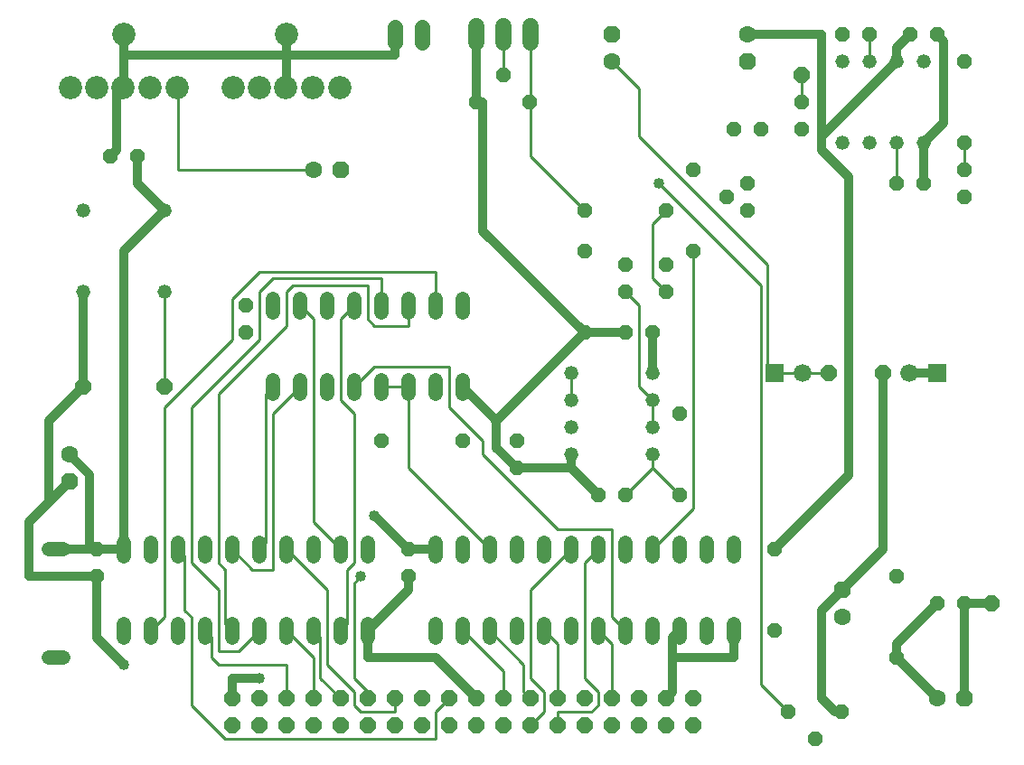
<source format=gtl>
G04 EAGLE Gerber RS-274X export*
G75*
%MOMM*%
%FSLAX34Y34*%
%LPD*%
%INTop Copper*%
%IPPOS*%
%AMOC8*
5,1,8,0,0,1.08239X$1,22.5*%
G01*
%ADD10P,1.429621X8X292.500000*%
%ADD11P,1.732040X8X292.500000*%
%ADD12C,1.600200*%
%ADD13P,1.429621X8X202.500000*%
%ADD14C,1.320800*%
%ADD15P,1.429621X8X22.500000*%
%ADD16P,1.732040X8X112.500000*%
%ADD17P,1.429621X8X112.500000*%
%ADD18C,1.422400*%
%ADD19C,2.184400*%
%ADD20P,1.649562X8X22.500000*%
%ADD21P,1.732040X8X22.500000*%
%ADD22P,1.649562X8X202.500000*%
%ADD23C,1.320800*%
%ADD24C,1.524000*%
%ADD25R,1.714500X1.714500*%
%ADD26C,1.676400*%
%ADD27C,0.812800*%
%ADD28C,1.016000*%
%ADD29C,0.254000*%


D10*
X368300Y215900D03*
X368300Y190500D03*
D11*
X50800Y279400D03*
D12*
X50800Y304800D03*
D13*
X432054Y635000D03*
X482346Y635000D03*
X457200Y660400D03*
X698500Y609600D03*
X673100Y609600D03*
D14*
X774700Y596900D03*
X800100Y596900D03*
X800100Y673100D03*
X774700Y673100D03*
X825500Y596900D03*
X850900Y596900D03*
X825500Y673100D03*
X850900Y673100D03*
D13*
X800100Y698500D03*
X774700Y698500D03*
D10*
X736600Y635000D03*
X736600Y609600D03*
D15*
X838200Y698500D03*
X863600Y698500D03*
D16*
X558800Y698500D03*
D12*
X558800Y673100D03*
D17*
X889000Y596900D03*
X889000Y673100D03*
D10*
X889000Y571500D03*
X889000Y546100D03*
D18*
X381000Y691388D02*
X381000Y705612D01*
X355600Y705612D02*
X355600Y691388D01*
D19*
X254000Y698500D03*
X279000Y648500D03*
X304000Y648500D03*
X229000Y648500D03*
X204000Y648500D03*
X253600Y648500D03*
D20*
X736600Y660400D03*
D10*
X825500Y190500D03*
X825500Y114300D03*
D21*
X889000Y76200D03*
D12*
X863600Y76200D03*
D16*
X774700Y177800D03*
D12*
X774700Y152400D03*
D15*
X863600Y165100D03*
X889000Y165100D03*
D19*
X101600Y698500D03*
X126600Y648500D03*
X151600Y648500D03*
X76600Y648500D03*
X51600Y648500D03*
X101200Y648500D03*
D20*
X914400Y165100D03*
D10*
X622300Y342900D03*
X622300Y266700D03*
D13*
X571500Y266700D03*
X546100Y266700D03*
D14*
X520700Y381000D03*
X520700Y355600D03*
X596900Y355600D03*
X596900Y381000D03*
X520700Y330200D03*
X520700Y304800D03*
X596900Y330200D03*
X596900Y304800D03*
D10*
X571500Y482600D03*
X571500Y457200D03*
D17*
X533400Y419100D03*
X533400Y495300D03*
X609600Y457200D03*
X609600Y482600D03*
D13*
X596900Y419100D03*
X571500Y419100D03*
X419100Y317500D03*
X342900Y317500D03*
D10*
X469900Y317500D03*
X469900Y292100D03*
D21*
X304800Y571500D03*
D12*
X279400Y571500D03*
D15*
X533400Y533400D03*
X609600Y533400D03*
X825500Y558800D03*
X850900Y558800D03*
D10*
X76200Y215900D03*
X76200Y190500D03*
D22*
X635000Y76200D03*
X609600Y76200D03*
X584200Y76200D03*
X558800Y76200D03*
X533400Y76200D03*
X508000Y76200D03*
X635000Y50800D03*
X609600Y50800D03*
X584200Y50800D03*
X558800Y50800D03*
X533400Y50800D03*
X508000Y50800D03*
X482600Y76200D03*
X482600Y50800D03*
X457200Y76200D03*
X431800Y76200D03*
X406400Y76200D03*
X381000Y76200D03*
X355600Y76200D03*
X330200Y76200D03*
X457200Y50800D03*
X431800Y50800D03*
X406400Y50800D03*
X381000Y50800D03*
X355600Y50800D03*
X330200Y50800D03*
X304800Y76200D03*
X304800Y50800D03*
X279400Y76200D03*
X254000Y76200D03*
X228600Y76200D03*
X203200Y76200D03*
X279400Y50800D03*
X254000Y50800D03*
X228600Y50800D03*
X203200Y50800D03*
D23*
X44704Y114300D02*
X31496Y114300D01*
X31496Y215900D02*
X44704Y215900D01*
D24*
X482600Y690880D02*
X482600Y706120D01*
X457200Y706120D02*
X457200Y690880D01*
X431800Y690880D02*
X431800Y706120D01*
D23*
X393700Y146304D02*
X393700Y133096D01*
X419100Y133096D02*
X419100Y146304D01*
X444500Y146304D02*
X444500Y133096D01*
X469900Y133096D02*
X469900Y146304D01*
X495300Y146304D02*
X495300Y133096D01*
X520700Y133096D02*
X520700Y146304D01*
X546100Y146304D02*
X546100Y133096D01*
X571500Y133096D02*
X571500Y146304D01*
X596900Y146304D02*
X596900Y133096D01*
X622300Y133096D02*
X622300Y146304D01*
X647700Y146304D02*
X647700Y133096D01*
X673100Y133096D02*
X673100Y146304D01*
X673100Y209296D02*
X673100Y222504D01*
X647700Y222504D02*
X647700Y209296D01*
X622300Y209296D02*
X622300Y222504D01*
X596900Y222504D02*
X596900Y209296D01*
X571500Y209296D02*
X571500Y222504D01*
X546100Y222504D02*
X546100Y209296D01*
X520700Y209296D02*
X520700Y222504D01*
X495300Y222504D02*
X495300Y209296D01*
X469900Y209296D02*
X469900Y222504D01*
X444500Y222504D02*
X444500Y209296D01*
X419100Y209296D02*
X419100Y222504D01*
X393700Y222504D02*
X393700Y209296D01*
D15*
X774446Y63500D03*
X724154Y63500D03*
X749300Y38100D03*
D25*
X711200Y381000D03*
X863600Y381000D03*
D26*
X737400Y381000D03*
X837400Y381000D03*
D20*
X812800Y381000D03*
X762000Y381000D03*
D23*
X241300Y374904D02*
X241300Y361696D01*
X266700Y361696D02*
X266700Y374904D01*
X393700Y374904D02*
X393700Y361696D01*
X419100Y361696D02*
X419100Y374904D01*
X292100Y374904D02*
X292100Y361696D01*
X317500Y361696D02*
X317500Y374904D01*
X368300Y374904D02*
X368300Y361696D01*
X342900Y361696D02*
X342900Y374904D01*
X419100Y437896D02*
X419100Y451104D01*
X393700Y451104D02*
X393700Y437896D01*
X368300Y437896D02*
X368300Y451104D01*
X342900Y451104D02*
X342900Y437896D01*
X317500Y437896D02*
X317500Y451104D01*
X292100Y451104D02*
X292100Y437896D01*
X266700Y437896D02*
X266700Y451104D01*
X241300Y451104D02*
X241300Y437896D01*
D14*
X63500Y533400D03*
X63500Y457200D03*
X139700Y457200D03*
X139700Y533400D03*
D20*
X139700Y368300D03*
X63500Y368300D03*
D23*
X101600Y146304D02*
X101600Y133096D01*
X127000Y133096D02*
X127000Y146304D01*
X254000Y146304D02*
X254000Y133096D01*
X279400Y133096D02*
X279400Y146304D01*
X152400Y146304D02*
X152400Y133096D01*
X177800Y133096D02*
X177800Y146304D01*
X228600Y146304D02*
X228600Y133096D01*
X203200Y133096D02*
X203200Y146304D01*
X304800Y146304D02*
X304800Y133096D01*
X330200Y133096D02*
X330200Y146304D01*
X330200Y209296D02*
X330200Y222504D01*
X304800Y222504D02*
X304800Y209296D01*
X279400Y209296D02*
X279400Y222504D01*
X254000Y222504D02*
X254000Y209296D01*
X228600Y209296D02*
X228600Y222504D01*
X203200Y222504D02*
X203200Y209296D01*
X177800Y209296D02*
X177800Y222504D01*
X152400Y222504D02*
X152400Y209296D01*
X127000Y209296D02*
X127000Y222504D01*
X101600Y222504D02*
X101600Y209296D01*
D10*
X215900Y444500D03*
X215900Y419100D03*
D13*
X114300Y584200D03*
X88900Y584200D03*
D17*
X685800Y558800D03*
X666750Y546100D03*
X685800Y533400D03*
D10*
X635000Y571500D03*
X635000Y495300D03*
D11*
X685800Y673100D03*
D12*
X685800Y698500D03*
D10*
X711200Y215900D03*
X711200Y139700D03*
D27*
X889000Y165100D02*
X914400Y165100D01*
X889000Y165100D02*
X889000Y76200D01*
X622300Y139700D02*
X615950Y133350D01*
X615950Y114300D02*
X615950Y82550D01*
X615950Y114300D02*
X615950Y133350D01*
X615950Y82550D02*
X609600Y76200D01*
X615950Y114300D02*
X673100Y114300D01*
X673100Y139700D01*
X755650Y76200D02*
X768350Y63500D01*
X755650Y76200D02*
X755650Y158750D01*
X774700Y177800D01*
X774446Y63500D02*
X768350Y63500D01*
X850900Y558800D02*
X850900Y596900D01*
X863600Y381000D02*
X837400Y381000D01*
X869950Y692150D02*
X863600Y698500D01*
X869950Y692150D02*
X869950Y615950D01*
X850900Y596900D01*
X812800Y215900D02*
X774700Y177800D01*
X812800Y215900D02*
X812800Y381000D01*
X546100Y266700D02*
X520700Y292100D01*
X520700Y304800D01*
X450850Y336550D02*
X419100Y368300D01*
X450850Y336550D02*
X450850Y311150D01*
X469900Y292100D01*
X520700Y292100D01*
X533400Y419100D02*
X571500Y419100D01*
X533400Y419100D02*
X450850Y336550D01*
X254000Y679450D02*
X254000Y698500D01*
X254000Y679450D02*
X254000Y654050D01*
X253600Y648500D01*
X431800Y635000D02*
X431800Y698500D01*
X431800Y635000D02*
X432054Y635000D01*
X355600Y679450D02*
X254000Y679450D01*
X355600Y679450D02*
X355600Y698500D01*
X368300Y177800D02*
X330200Y139700D01*
X368300Y177800D02*
X368300Y190500D01*
X393700Y114300D02*
X431800Y76200D01*
X393700Y114300D02*
X330200Y114300D01*
X330200Y139700D01*
X88900Y584200D02*
X95250Y590550D01*
X95250Y647700D01*
X101200Y648500D01*
X101600Y654050D02*
X101600Y679450D01*
X101600Y698500D01*
X101600Y654050D02*
X101200Y648500D01*
X63500Y457200D02*
X63500Y368300D01*
X76200Y190500D02*
X12700Y190500D01*
X12700Y241300D01*
X31750Y260350D02*
X50800Y279400D01*
X31750Y260350D02*
X12700Y241300D01*
X76200Y133350D02*
X101600Y107950D01*
X76200Y133350D02*
X76200Y190500D01*
X31750Y336550D02*
X63500Y368300D01*
X31750Y336550D02*
X31750Y260350D01*
X203200Y95250D02*
X228600Y95250D01*
X203200Y95250D02*
X203200Y76200D01*
X254000Y679450D02*
X101600Y679450D01*
X438150Y514350D02*
X533400Y419100D01*
X438150Y514350D02*
X438150Y635000D01*
X432054Y635000D01*
D28*
X101600Y107950D03*
X228600Y95250D03*
D27*
X139700Y533400D02*
X114300Y558800D01*
X114300Y584200D01*
X368300Y215900D02*
X393700Y215900D01*
X69850Y215900D02*
X38100Y215900D01*
X76200Y215900D02*
X101600Y215900D01*
X69850Y285750D02*
X50800Y304800D01*
X69850Y285750D02*
X69850Y215900D01*
X76200Y215900D01*
X336550Y247650D02*
X368300Y215900D01*
X101600Y495300D02*
X139700Y533400D01*
X101600Y495300D02*
X101600Y215900D01*
D28*
X336550Y247650D03*
D29*
X158750Y209550D02*
X152400Y215900D01*
X158750Y209550D02*
X158750Y158750D01*
X165100Y152400D01*
X165100Y69850D01*
X196850Y38100D01*
X393700Y38100D01*
X393700Y63500D01*
X406400Y76200D01*
X184150Y133350D02*
X177800Y139700D01*
X184150Y133350D02*
X184150Y114300D01*
X190500Y107950D01*
X254000Y107950D01*
X254000Y76200D01*
X279400Y114300D02*
X254000Y139700D01*
X279400Y114300D02*
X279400Y76200D01*
X285750Y133350D02*
X279400Y139700D01*
X285750Y133350D02*
X285750Y95250D01*
X304800Y76200D01*
X317500Y184150D02*
X323850Y190500D01*
X317500Y184150D02*
X317500Y95250D01*
X330200Y82550D01*
X330200Y76200D01*
D28*
X323850Y190500D03*
D29*
X292100Y177800D02*
X254000Y215900D01*
X292100Y177800D02*
X292100Y107950D01*
X317500Y82550D01*
X317500Y69850D01*
X323850Y63500D01*
X355600Y63500D01*
X355600Y76200D01*
D27*
X825500Y114300D02*
X863600Y76200D01*
X825500Y127000D02*
X863600Y165100D01*
X825500Y127000D02*
X825500Y114300D01*
X596900Y381000D02*
X596900Y419100D01*
D29*
X825500Y558800D02*
X825500Y596900D01*
X736600Y635000D02*
X736600Y660400D01*
X800100Y673100D02*
X800100Y698500D01*
X889000Y596900D02*
X889000Y571500D01*
X762000Y381000D02*
X737400Y381000D01*
X711200Y381000D01*
X704850Y387350D01*
X704850Y482600D01*
X584200Y603250D01*
X584200Y647700D01*
X558800Y673100D01*
X596900Y469900D02*
X609600Y457200D01*
X596900Y469900D02*
X596900Y520700D01*
X609600Y533400D01*
X596900Y292100D02*
X571500Y266700D01*
X596900Y292100D02*
X596900Y304800D01*
X596900Y292100D02*
X622300Y266700D01*
X520700Y355600D02*
X520700Y381000D01*
X596900Y355600D02*
X596900Y330200D01*
X584200Y444500D02*
X571500Y457200D01*
X584200Y444500D02*
X584200Y368300D01*
X596900Y355600D01*
X279400Y571500D02*
X152400Y571500D01*
X152400Y647700D01*
X151600Y648500D01*
X482600Y584200D02*
X533400Y533400D01*
X482600Y584200D02*
X482600Y635000D01*
X482600Y698500D01*
X482600Y635000D02*
X482346Y635000D01*
X419100Y139700D02*
X457200Y101600D01*
X457200Y76200D01*
X476250Y107950D02*
X444500Y139700D01*
X476250Y107950D02*
X476250Y82550D01*
X482600Y76200D01*
X508000Y127000D02*
X495300Y139700D01*
X508000Y127000D02*
X508000Y76200D01*
X558800Y127000D02*
X546100Y139700D01*
X558800Y127000D02*
X558800Y76200D01*
X482600Y177800D02*
X520700Y215900D01*
X482600Y177800D02*
X482600Y95250D01*
X495300Y82550D01*
X495300Y63500D01*
X482600Y50800D01*
X533400Y203200D02*
X546100Y215900D01*
X533400Y203200D02*
X533400Y95250D01*
X546100Y82550D01*
X546100Y69850D01*
X539750Y63500D01*
X508000Y63500D01*
X508000Y50800D01*
X457200Y660400D02*
X457200Y698500D01*
X603250Y558800D02*
X698500Y463550D01*
X698500Y88900D01*
X723900Y63500D01*
X724154Y63500D01*
D28*
X603250Y558800D03*
D29*
X368300Y368300D02*
X342900Y368300D01*
X368300Y292100D02*
X444500Y215900D01*
X368300Y292100D02*
X368300Y368300D01*
X139700Y368300D02*
X139700Y457200D01*
X317500Y368300D02*
X336550Y387350D01*
X406400Y387350D01*
X406400Y349250D01*
X438150Y317500D01*
X438150Y304800D01*
X508000Y234950D01*
X558800Y234950D01*
X558800Y152400D01*
X571500Y139700D01*
X139700Y152400D02*
X127000Y139700D01*
X139700Y152400D02*
X139700Y349250D01*
X203200Y412750D01*
X203200Y450850D01*
X228600Y476250D01*
X393700Y476250D01*
X393700Y444500D01*
X196850Y146050D02*
X203200Y139700D01*
X196850Y146050D02*
X196850Y196850D01*
X190500Y203200D01*
X190500Y361950D01*
X254000Y425450D01*
X254000Y457200D01*
X260350Y463550D01*
X330200Y463550D01*
X330200Y431800D01*
X336550Y425450D01*
X368300Y425450D01*
X368300Y444500D01*
X228600Y139700D02*
X209550Y120650D01*
X190500Y120650D01*
X190500Y177800D01*
X165100Y203200D01*
X165100Y349250D01*
X228600Y412750D01*
X228600Y457200D01*
X241300Y469900D01*
X342900Y469900D01*
X342900Y444500D01*
X311150Y146050D02*
X304800Y139700D01*
X311150Y146050D02*
X311150Y196850D01*
X317500Y203200D01*
X317500Y342900D01*
X304800Y355600D01*
X304800Y431800D01*
X317500Y444500D01*
X279400Y241300D02*
X304800Y215900D01*
X279400Y241300D02*
X279400Y431800D01*
X266700Y444500D01*
X234950Y222250D02*
X228600Y215900D01*
X234950Y222250D02*
X234950Y361950D01*
X241300Y368300D01*
X203200Y215900D02*
X222250Y196850D01*
X241300Y196850D01*
X241300Y342900D01*
X266700Y368300D01*
X596900Y215900D02*
X635000Y254000D01*
X635000Y495300D01*
D27*
X781050Y285750D02*
X711200Y215900D01*
X781050Y285750D02*
X781050Y565150D01*
X755650Y590550D01*
X755650Y603250D01*
X825500Y673100D01*
X825500Y685800D02*
X838200Y698500D01*
X825500Y685800D02*
X825500Y673100D01*
X755650Y698500D02*
X685800Y698500D01*
X755650Y698500D02*
X755650Y603250D01*
M02*

</source>
